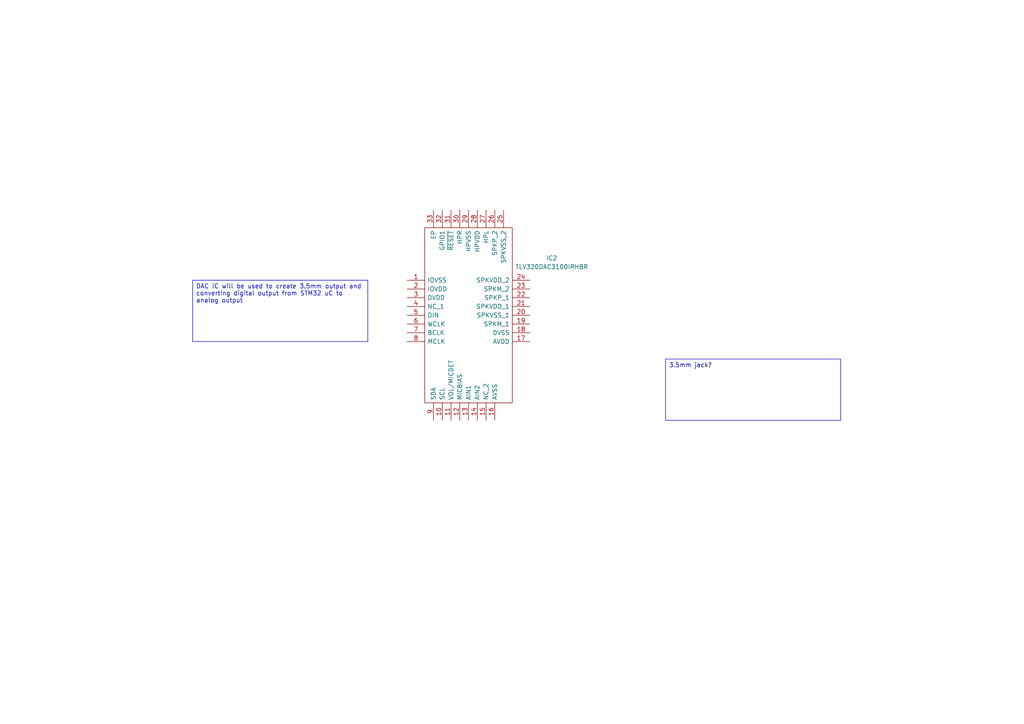
<source format=kicad_sch>
(kicad_sch
	(version 20250114)
	(generator "eeschema")
	(generator_version "9.0")
	(uuid "da30b2f4-b339-4f32-82e1-a2df59730b94")
	(paper "A4")
	(lib_symbols
		(symbol "SamacSys_Parts:TLV320DAC3100IRHBR"
			(pin_names
				(offset 0.762)
			)
			(exclude_from_sim no)
			(in_bom yes)
			(on_board yes)
			(property "Reference" "IC"
				(at 31.75 20.32 0)
				(effects
					(font
						(size 1.27 1.27)
					)
					(justify left)
				)
			)
			(property "Value" "TLV320DAC3100IRHBR"
				(at 31.75 17.78 0)
				(effects
					(font
						(size 1.27 1.27)
					)
					(justify left)
				)
			)
			(property "Footprint" "QFN50P500X500X100-33N-D"
				(at 31.75 15.24 0)
				(effects
					(font
						(size 1.27 1.27)
					)
					(justify left)
					(hide yes)
				)
			)
			(property "Datasheet" "http://www.ti.com/lit/gpn/tlv320dac3100"
				(at 31.75 12.7 0)
				(effects
					(font
						(size 1.27 1.27)
					)
					(justify left)
					(hide yes)
				)
			)
			(property "Description" "Low-Power Stereo Audio DAC With Mono Class-D Speaker Amplifier"
				(at 0 0 0)
				(effects
					(font
						(size 1.27 1.27)
					)
					(hide yes)
				)
			)
			(property "Description_1" "Low-Power Stereo Audio DAC With Mono Class-D Speaker Amplifier"
				(at 31.75 10.16 0)
				(effects
					(font
						(size 1.27 1.27)
					)
					(justify left)
					(hide yes)
				)
			)
			(property "Height" "1"
				(at 31.75 7.62 0)
				(effects
					(font
						(size 1.27 1.27)
					)
					(justify left)
					(hide yes)
				)
			)
			(property "Manufacturer_Name" "Texas Instruments"
				(at 31.75 5.08 0)
				(effects
					(font
						(size 1.27 1.27)
					)
					(justify left)
					(hide yes)
				)
			)
			(property "Manufacturer_Part_Number" "TLV320DAC3100IRHBR"
				(at 31.75 2.54 0)
				(effects
					(font
						(size 1.27 1.27)
					)
					(justify left)
					(hide yes)
				)
			)
			(property "Mouser Part Number" "595-V320DAC3100IRHBR"
				(at 31.75 0 0)
				(effects
					(font
						(size 1.27 1.27)
					)
					(justify left)
					(hide yes)
				)
			)
			(property "Mouser Price/Stock" "https://www.mouser.co.uk/ProductDetail/Texas-Instruments/TLV320DAC3100IRHBR?qs=3cDLNOBdYaVbf6PwncCV0w%3D%3D"
				(at 31.75 -2.54 0)
				(effects
					(font
						(size 1.27 1.27)
					)
					(justify left)
					(hide yes)
				)
			)
			(property "Arrow Part Number" "TLV320DAC3100IRHBR"
				(at 31.75 -5.08 0)
				(effects
					(font
						(size 1.27 1.27)
					)
					(justify left)
					(hide yes)
				)
			)
			(property "Arrow Price/Stock" "https://www.arrow.com/en/products/tlv320dac3100irhbr/texas-instruments?utm_currency=USD&region=nac"
				(at 31.75 -7.62 0)
				(effects
					(font
						(size 1.27 1.27)
					)
					(justify left)
					(hide yes)
				)
			)
			(symbol "TLV320DAC3100IRHBR_0_0"
				(pin passive line
					(at 0 0 0)
					(length 5.08)
					(name "IOVSS"
						(effects
							(font
								(size 1.27 1.27)
							)
						)
					)
					(number "1"
						(effects
							(font
								(size 1.27 1.27)
							)
						)
					)
				)
				(pin passive line
					(at 0 -2.54 0)
					(length 5.08)
					(name "IOVDD"
						(effects
							(font
								(size 1.27 1.27)
							)
						)
					)
					(number "2"
						(effects
							(font
								(size 1.27 1.27)
							)
						)
					)
				)
				(pin passive line
					(at 0 -5.08 0)
					(length 5.08)
					(name "DVDD"
						(effects
							(font
								(size 1.27 1.27)
							)
						)
					)
					(number "3"
						(effects
							(font
								(size 1.27 1.27)
							)
						)
					)
				)
				(pin passive line
					(at 0 -7.62 0)
					(length 5.08)
					(name "NC_1"
						(effects
							(font
								(size 1.27 1.27)
							)
						)
					)
					(number "4"
						(effects
							(font
								(size 1.27 1.27)
							)
						)
					)
				)
				(pin passive line
					(at 0 -10.16 0)
					(length 5.08)
					(name "DIN"
						(effects
							(font
								(size 1.27 1.27)
							)
						)
					)
					(number "5"
						(effects
							(font
								(size 1.27 1.27)
							)
						)
					)
				)
				(pin passive line
					(at 0 -12.7 0)
					(length 5.08)
					(name "WCLK"
						(effects
							(font
								(size 1.27 1.27)
							)
						)
					)
					(number "6"
						(effects
							(font
								(size 1.27 1.27)
							)
						)
					)
				)
				(pin passive line
					(at 0 -15.24 0)
					(length 5.08)
					(name "BCLK"
						(effects
							(font
								(size 1.27 1.27)
							)
						)
					)
					(number "7"
						(effects
							(font
								(size 1.27 1.27)
							)
						)
					)
				)
				(pin passive line
					(at 0 -17.78 0)
					(length 5.08)
					(name "MCLK"
						(effects
							(font
								(size 1.27 1.27)
							)
						)
					)
					(number "8"
						(effects
							(font
								(size 1.27 1.27)
							)
						)
					)
				)
				(pin passive line
					(at 7.62 20.32 270)
					(length 5.08)
					(name "EP"
						(effects
							(font
								(size 1.27 1.27)
							)
						)
					)
					(number "33"
						(effects
							(font
								(size 1.27 1.27)
							)
						)
					)
				)
				(pin passive line
					(at 7.62 -40.64 90)
					(length 5.08)
					(name "SDA"
						(effects
							(font
								(size 1.27 1.27)
							)
						)
					)
					(number "9"
						(effects
							(font
								(size 1.27 1.27)
							)
						)
					)
				)
				(pin passive line
					(at 10.16 20.32 270)
					(length 5.08)
					(name "GPIO1"
						(effects
							(font
								(size 1.27 1.27)
							)
						)
					)
					(number "32"
						(effects
							(font
								(size 1.27 1.27)
							)
						)
					)
				)
				(pin passive line
					(at 10.16 -40.64 90)
					(length 5.08)
					(name "SCL"
						(effects
							(font
								(size 1.27 1.27)
							)
						)
					)
					(number "10"
						(effects
							(font
								(size 1.27 1.27)
							)
						)
					)
				)
				(pin passive line
					(at 12.7 20.32 270)
					(length 5.08)
					(name "~{RESET}"
						(effects
							(font
								(size 1.27 1.27)
							)
						)
					)
					(number "31"
						(effects
							(font
								(size 1.27 1.27)
							)
						)
					)
				)
				(pin passive line
					(at 12.7 -40.64 90)
					(length 5.08)
					(name "VOL/MICDET"
						(effects
							(font
								(size 1.27 1.27)
							)
						)
					)
					(number "11"
						(effects
							(font
								(size 1.27 1.27)
							)
						)
					)
				)
				(pin passive line
					(at 15.24 20.32 270)
					(length 5.08)
					(name "HPR"
						(effects
							(font
								(size 1.27 1.27)
							)
						)
					)
					(number "30"
						(effects
							(font
								(size 1.27 1.27)
							)
						)
					)
				)
				(pin passive line
					(at 15.24 -40.64 90)
					(length 5.08)
					(name "MICBIAS"
						(effects
							(font
								(size 1.27 1.27)
							)
						)
					)
					(number "12"
						(effects
							(font
								(size 1.27 1.27)
							)
						)
					)
				)
				(pin passive line
					(at 17.78 20.32 270)
					(length 5.08)
					(name "HPVSS"
						(effects
							(font
								(size 1.27 1.27)
							)
						)
					)
					(number "29"
						(effects
							(font
								(size 1.27 1.27)
							)
						)
					)
				)
				(pin passive line
					(at 17.78 -40.64 90)
					(length 5.08)
					(name "AIN1"
						(effects
							(font
								(size 1.27 1.27)
							)
						)
					)
					(number "13"
						(effects
							(font
								(size 1.27 1.27)
							)
						)
					)
				)
				(pin passive line
					(at 20.32 20.32 270)
					(length 5.08)
					(name "HPVDD"
						(effects
							(font
								(size 1.27 1.27)
							)
						)
					)
					(number "28"
						(effects
							(font
								(size 1.27 1.27)
							)
						)
					)
				)
				(pin passive line
					(at 20.32 -40.64 90)
					(length 5.08)
					(name "AIN2"
						(effects
							(font
								(size 1.27 1.27)
							)
						)
					)
					(number "14"
						(effects
							(font
								(size 1.27 1.27)
							)
						)
					)
				)
				(pin passive line
					(at 22.86 20.32 270)
					(length 5.08)
					(name "HPL"
						(effects
							(font
								(size 1.27 1.27)
							)
						)
					)
					(number "27"
						(effects
							(font
								(size 1.27 1.27)
							)
						)
					)
				)
				(pin passive line
					(at 22.86 -40.64 90)
					(length 5.08)
					(name "NC_2"
						(effects
							(font
								(size 1.27 1.27)
							)
						)
					)
					(number "15"
						(effects
							(font
								(size 1.27 1.27)
							)
						)
					)
				)
				(pin passive line
					(at 25.4 20.32 270)
					(length 5.08)
					(name "SPKP_2"
						(effects
							(font
								(size 1.27 1.27)
							)
						)
					)
					(number "26"
						(effects
							(font
								(size 1.27 1.27)
							)
						)
					)
				)
				(pin passive line
					(at 25.4 -40.64 90)
					(length 5.08)
					(name "AVSS"
						(effects
							(font
								(size 1.27 1.27)
							)
						)
					)
					(number "16"
						(effects
							(font
								(size 1.27 1.27)
							)
						)
					)
				)
				(pin passive line
					(at 27.94 20.32 270)
					(length 5.08)
					(name "SPKVSS_2"
						(effects
							(font
								(size 1.27 1.27)
							)
						)
					)
					(number "25"
						(effects
							(font
								(size 1.27 1.27)
							)
						)
					)
				)
				(pin passive line
					(at 35.56 0 180)
					(length 5.08)
					(name "SPKVDD_2"
						(effects
							(font
								(size 1.27 1.27)
							)
						)
					)
					(number "24"
						(effects
							(font
								(size 1.27 1.27)
							)
						)
					)
				)
				(pin passive line
					(at 35.56 -2.54 180)
					(length 5.08)
					(name "SPKM_2"
						(effects
							(font
								(size 1.27 1.27)
							)
						)
					)
					(number "23"
						(effects
							(font
								(size 1.27 1.27)
							)
						)
					)
				)
				(pin passive line
					(at 35.56 -5.08 180)
					(length 5.08)
					(name "SPKP_1"
						(effects
							(font
								(size 1.27 1.27)
							)
						)
					)
					(number "22"
						(effects
							(font
								(size 1.27 1.27)
							)
						)
					)
				)
				(pin passive line
					(at 35.56 -7.62 180)
					(length 5.08)
					(name "SPKVDD_1"
						(effects
							(font
								(size 1.27 1.27)
							)
						)
					)
					(number "21"
						(effects
							(font
								(size 1.27 1.27)
							)
						)
					)
				)
				(pin passive line
					(at 35.56 -10.16 180)
					(length 5.08)
					(name "SPKVSS_1"
						(effects
							(font
								(size 1.27 1.27)
							)
						)
					)
					(number "20"
						(effects
							(font
								(size 1.27 1.27)
							)
						)
					)
				)
				(pin passive line
					(at 35.56 -12.7 180)
					(length 5.08)
					(name "SPKM_1"
						(effects
							(font
								(size 1.27 1.27)
							)
						)
					)
					(number "19"
						(effects
							(font
								(size 1.27 1.27)
							)
						)
					)
				)
				(pin passive line
					(at 35.56 -15.24 180)
					(length 5.08)
					(name "DVSS"
						(effects
							(font
								(size 1.27 1.27)
							)
						)
					)
					(number "18"
						(effects
							(font
								(size 1.27 1.27)
							)
						)
					)
				)
				(pin passive line
					(at 35.56 -17.78 180)
					(length 5.08)
					(name "AVDD"
						(effects
							(font
								(size 1.27 1.27)
							)
						)
					)
					(number "17"
						(effects
							(font
								(size 1.27 1.27)
							)
						)
					)
				)
			)
			(symbol "TLV320DAC3100IRHBR_0_1"
				(polyline
					(pts
						(xy 5.08 15.24) (xy 30.48 15.24) (xy 30.48 -35.56) (xy 5.08 -35.56) (xy 5.08 15.24)
					)
					(stroke
						(width 0.1524)
						(type solid)
					)
					(fill
						(type none)
					)
				)
			)
			(embedded_fonts no)
		)
	)
	(text_box "DAC iC will be used to create 3.5mm output and converting digital output from STM32 uC to analog output"
		(exclude_from_sim no)
		(at 55.88 81.28 0)
		(size 50.8 17.78)
		(margins 0.9525 0.9525 0.9525 0.9525)
		(stroke
			(width 0)
			(type solid)
		)
		(fill
			(type none)
		)
		(effects
			(font
				(size 1.27 1.27)
			)
			(justify left top)
		)
		(uuid "33c20233-f2a6-4b58-aa41-39b9a2de9c35")
	)
	(text_box "3.5mm jack?\n"
		(exclude_from_sim no)
		(at 193.04 104.14 0)
		(size 50.8 17.78)
		(margins 0.9525 0.9525 0.9525 0.9525)
		(stroke
			(width 0)
			(type solid)
		)
		(fill
			(type none)
		)
		(effects
			(font
				(size 1.27 1.27)
			)
			(justify left top)
		)
		(uuid "3c99bef2-c61b-4fe2-9b0d-a017247fa80e")
	)
	(symbol
		(lib_id "SamacSys_Parts:TLV320DAC3100IRHBR")
		(at 118.11 81.28 0)
		(unit 1)
		(exclude_from_sim no)
		(in_bom yes)
		(on_board yes)
		(dnp no)
		(fields_autoplaced yes)
		(uuid "654c8650-f212-4019-8e3a-aa4795776472")
		(property "Reference" "IC2"
			(at 160.02 74.8598 0)
			(effects
				(font
					(size 1.27 1.27)
				)
			)
		)
		(property "Value" "TLV320DAC3100IRHBR"
			(at 160.02 77.3998 0)
			(effects
				(font
					(size 1.27 1.27)
				)
			)
		)
		(property "Footprint" "QFN50P500X500X100-33N-D"
			(at 149.86 66.04 0)
			(effects
				(font
					(size 1.27 1.27)
				)
				(justify left)
				(hide yes)
			)
		)
		(property "Datasheet" "http://www.ti.com/lit/gpn/tlv320dac3100"
			(at 149.86 68.58 0)
			(effects
				(font
					(size 1.27 1.27)
				)
				(justify left)
				(hide yes)
			)
		)
		(property "Description" "Low-Power Stereo Audio DAC With Mono Class-D Speaker Amplifier"
			(at 118.11 81.28 0)
			(effects
				(font
					(size 1.27 1.27)
				)
				(hide yes)
			)
		)
		(property "Description_1" "Low-Power Stereo Audio DAC With Mono Class-D Speaker Amplifier"
			(at 149.86 71.12 0)
			(effects
				(font
					(size 1.27 1.27)
				)
				(justify left)
				(hide yes)
			)
		)
		(property "Height" "1"
			(at 149.86 73.66 0)
			(effects
				(font
					(size 1.27 1.27)
				)
				(justify left)
				(hide yes)
			)
		)
		(property "Manufacturer_Name" "Texas Instruments"
			(at 149.86 76.2 0)
			(effects
				(font
					(size 1.27 1.27)
				)
				(justify left)
				(hide yes)
			)
		)
		(property "Manufacturer_Part_Number" "TLV320DAC3100IRHBR"
			(at 149.86 78.74 0)
			(effects
				(font
					(size 1.27 1.27)
				)
				(justify left)
				(hide yes)
			)
		)
		(property "Mouser Part Number" "595-V320DAC3100IRHBR"
			(at 149.86 81.28 0)
			(effects
				(font
					(size 1.27 1.27)
				)
				(justify left)
				(hide yes)
			)
		)
		(property "Mouser Price/Stock" "https://www.mouser.co.uk/ProductDetail/Texas-Instruments/TLV320DAC3100IRHBR?qs=3cDLNOBdYaVbf6PwncCV0w%3D%3D"
			(at 149.86 83.82 0)
			(effects
				(font
					(size 1.27 1.27)
				)
				(justify left)
				(hide yes)
			)
		)
		(property "Arrow Part Number" "TLV320DAC3100IRHBR"
			(at 149.86 86.36 0)
			(effects
				(font
					(size 1.27 1.27)
				)
				(justify left)
				(hide yes)
			)
		)
		(property "Arrow Price/Stock" "https://www.arrow.com/en/products/tlv320dac3100irhbr/texas-instruments?utm_currency=USD&region=nac"
			(at 149.86 88.9 0)
			(effects
				(font
					(size 1.27 1.27)
				)
				(justify left)
				(hide yes)
			)
		)
		(pin "2"
			(uuid "6c199274-cabf-4508-9117-acd4a5fb3e83")
		)
		(pin "1"
			(uuid "71d1eadb-6eb0-4336-844c-435917d9ed33")
		)
		(pin "7"
			(uuid "74dbdf27-4a85-4649-9fde-d2d10dd7eb90")
		)
		(pin "30"
			(uuid "e5f647ad-0360-41a2-9bbd-de1da14d5c82")
		)
		(pin "4"
			(uuid "04ee74ed-481c-455a-be34-95810ec64778")
		)
		(pin "3"
			(uuid "c3928ec4-3c04-43de-89b3-50bfd1dea487")
		)
		(pin "20"
			(uuid "83173306-353f-4cf4-a3bc-e89bdce5765b")
		)
		(pin "32"
			(uuid "b7dcde28-99ad-485f-a51b-9ab64eb4a04e")
		)
		(pin "12"
			(uuid "7ed41f9c-a3e8-4969-8256-e8cd3dbd8caf")
		)
		(pin "25"
			(uuid "30383886-ab9e-4805-a544-da200ff9dfc8")
		)
		(pin "6"
			(uuid "84959fb5-3767-408c-ad55-5526d56e9147")
		)
		(pin "27"
			(uuid "291f4613-fc53-4562-90b0-18cec981b4d1")
		)
		(pin "15"
			(uuid "4cc94976-bc51-40f9-96cd-b5360655b0fc")
		)
		(pin "10"
			(uuid "c9fa9066-dca4-4874-bcc1-57b589971655")
		)
		(pin "23"
			(uuid "187d3643-29fb-4d3f-b563-514eaa85724c")
		)
		(pin "11"
			(uuid "f7a91405-10d7-4c1e-902a-6a24ad05984d")
		)
		(pin "33"
			(uuid "d47a4ee8-b37b-4021-bf55-e91a0b13342c")
		)
		(pin "29"
			(uuid "d3395002-75dd-4b16-bd99-1afccbbe4a84")
		)
		(pin "8"
			(uuid "0975cc62-8778-45fc-8d2a-1a05feb773ae")
		)
		(pin "9"
			(uuid "acc035da-338e-4172-b5fd-c532e4803128")
		)
		(pin "13"
			(uuid "753f7878-0af6-4631-8547-f9ee017d4ad1")
		)
		(pin "31"
			(uuid "0a888bd7-ba79-459b-96e1-44a4d3271f0b")
		)
		(pin "14"
			(uuid "a6626304-7aa1-4a8e-ab35-1c731f12fcc0")
		)
		(pin "28"
			(uuid "f4f69b64-3dc7-4e3c-9920-2adfb9f5d8dd")
		)
		(pin "5"
			(uuid "3074eac5-11b1-493e-85f7-87a7eaff02a2")
		)
		(pin "26"
			(uuid "995b329a-a8f4-4c25-8baa-c4a2dffedd80")
		)
		(pin "24"
			(uuid "c7c582bb-b8c1-469d-8746-7bc053a09616")
		)
		(pin "22"
			(uuid "ed91098d-f67b-477e-8f85-54091656cf78")
		)
		(pin "16"
			(uuid "82010632-efd6-4d58-b7af-2f84ba31b79b")
		)
		(pin "21"
			(uuid "89ee17c6-6a40-4550-aa2c-768ff9413ee0")
		)
		(pin "19"
			(uuid "14f7e6db-0223-42ab-a807-2ef8ccdcb64e")
		)
		(pin "18"
			(uuid "6d1866e8-de99-47dd-b830-da6f961ee1ae")
		)
		(pin "17"
			(uuid "5e92d580-0ee8-4511-8798-971ec2a443ca")
		)
		(instances
			(project ""
				(path "/b4cdadf2-c4fe-48fe-ba6a-e15d1cad03b2/31dba59d-3b10-48f7-a0aa-6c11aac8825f"
					(reference "IC2")
					(unit 1)
				)
			)
		)
	)
)

</source>
